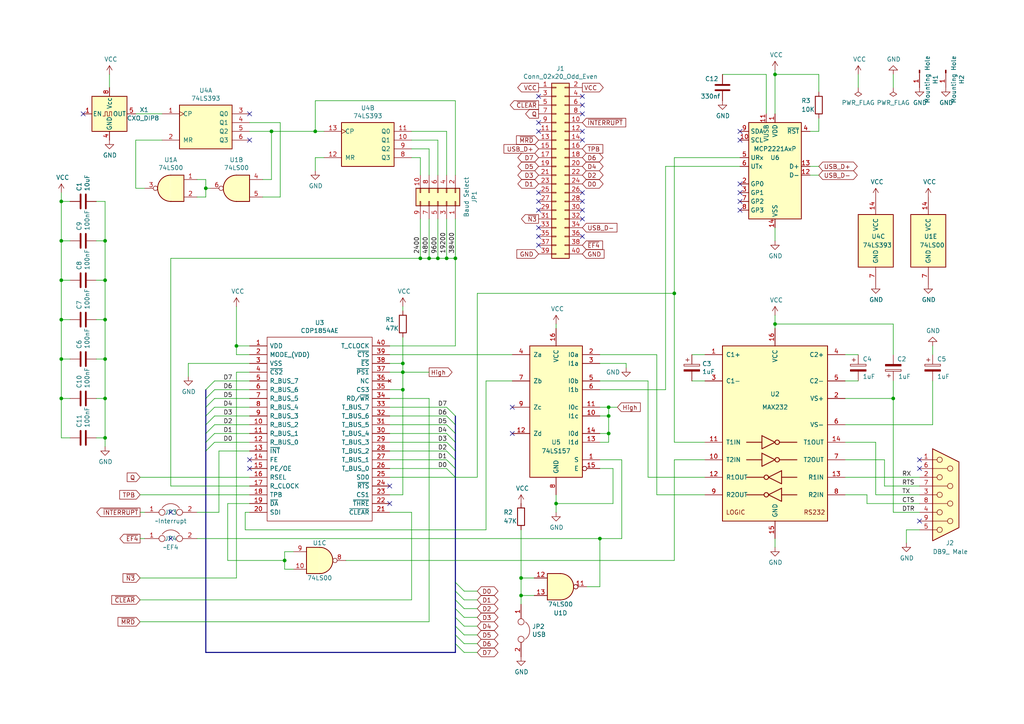
<source format=kicad_sch>
(kicad_sch (version 20230121) (generator eeschema)
  (paper "A4")
  (title_block (title "Cosmac Elf") (date "2021-06-15") (rev "1") (comment 1 "UART Card"))
  (junction (at 30.48 127))
  (junction (at 161.29 146.05))
  (junction (at 17.78 92.71))
  (junction (at 30.48 81.28))
  (junction (at 176.53 118.11))
  (junction (at 124.46 74.93))
  (junction (at 129.54 74.93))
  (junction (at 132.08 74.93))
  (junction (at 121.92 74.93))
  (junction (at 17.78 81.28))
  (junction (at 30.48 104.14))
  (junction (at 176.53 120.65))
  (junction (at 116.84 105.41))
  (junction (at 17.78 58.42))
  (junction (at 30.48 69.85))
  (junction (at 195.58 85.09))
  (junction (at 224.79 21.59))
  (junction (at 173.99 156.21))
  (junction (at 17.78 69.85))
  (junction (at 68.58 100.33))
  (junction (at 82.55 162.56))
  (junction (at 59.69 54.61))
  (junction (at 127 74.93))
  (junction (at 17.78 115.57))
  (junction (at 151.13 167.64))
  (junction (at 91.44 38.1))
  (junction (at 176.53 125.73))
  (junction (at 224.79 93.98))
  (junction (at 17.78 104.14))
  (junction (at 30.48 92.71))
  (junction (at 116.84 113.03))
  (junction (at 78.74 38.1))
  (junction (at 259.08 115.57))
  (junction (at 30.48 115.57))
  (junction (at 116.84 107.95))
  (junction (at 151.13 172.72))
  (no_connect (at 214.63 38.1))
  (no_connect (at 214.63 55.88))
  (no_connect (at 214.63 40.64))
  (no_connect (at 168.91 27.94))
  (no_connect (at 168.91 33.02))
  (no_connect (at 214.63 58.42))
  (no_connect (at 113.03 140.97))
  (no_connect (at 266.7 133.35))
  (no_connect (at 214.63 60.96))
  (no_connect (at 266.7 135.89))
  (no_connect (at 72.39 33.02))
  (no_connect (at 168.91 30.48))
  (no_connect (at 24.13 33.02))
  (no_connect (at 148.59 118.11))
  (no_connect (at 72.39 40.64))
  (no_connect (at 49.53 148.59))
  (no_connect (at 148.59 125.73))
  (no_connect (at 72.39 135.89))
  (no_connect (at 156.21 60.96))
  (no_connect (at 168.91 58.42))
  (no_connect (at 49.53 156.21))
  (no_connect (at 156.21 71.12))
  (no_connect (at 214.63 53.34))
  (no_connect (at 168.91 63.5))
  (no_connect (at 156.21 35.56))
  (no_connect (at 266.7 151.13))
  (no_connect (at 168.91 40.64))
  (no_connect (at 156.21 27.94))
  (no_connect (at 168.91 38.1))
  (no_connect (at 156.21 58.42))
  (no_connect (at 168.91 60.96))
  (no_connect (at 72.39 133.35))
  (no_connect (at 156.21 68.58))
  (no_connect (at 156.21 66.04))
  (no_connect (at 156.21 55.88))
  (no_connect (at 156.21 38.1))
  (no_connect (at 168.91 55.88))
  (no_connect (at 168.91 68.58))
  (no_connect (at 113.03 146.05))
  (bus_entry (at 129.54 123.19) (size 2.54 2.54))
  (bus_entry (at 132.08 173.99) (size 2.54 2.54))
  (bus_entry (at 132.08 168.91) (size 2.54 2.54))
  (bus_entry (at 59.69 115.57) (size 2.54 -2.54))
  (bus_entry (at 132.08 176.53) (size 2.54 2.54))
  (bus_entry (at 59.69 120.65) (size 2.54 -2.54))
  (bus_entry (at 59.69 113.03) (size 2.54 -2.54))
  (bus_entry (at 129.54 130.81) (size 2.54 2.54))
  (bus_entry (at 132.08 181.61) (size 2.54 2.54))
  (bus_entry (at 59.69 130.81) (size 2.54 -2.54))
  (bus_entry (at 132.08 171.45) (size 2.54 2.54))
  (bus_entry (at 132.08 184.15) (size 2.54 2.54))
  (bus_entry (at 129.54 125.73) (size 2.54 2.54))
  (bus_entry (at 59.69 125.73) (size 2.54 -2.54))
  (bus_entry (at 129.54 120.65) (size 2.54 2.54))
  (bus_entry (at 129.54 133.35) (size 2.54 2.54))
  (bus_entry (at 132.08 179.07) (size 2.54 2.54))
  (bus_entry (at 129.54 135.89) (size 2.54 2.54))
  (bus_entry (at 59.69 118.11) (size 2.54 -2.54))
  (bus_entry (at 59.69 128.27) (size 2.54 -2.54))
  (bus_entry (at 129.54 118.11) (size 2.54 2.54))
  (bus_entry (at 132.08 186.69) (size 2.54 2.54))
  (bus_entry (at 129.54 128.27) (size 2.54 2.54))
  (bus_entry (at 59.69 123.19) (size 2.54 -2.54))
  (wire (pts (xy 81.28 57.15) (xy 76.2 57.15)))
  (wire (pts (xy 245.11 110.49) (xy 248.92 110.49)))
  (wire (pts (xy 119.38 38.1) (xy 129.54 38.1)))
  (wire (pts (xy 30.48 115.57) (xy 30.48 104.14)))
  (wire (pts (xy 40.64 148.59) (xy 41.91 148.59)))
  (wire (pts (xy 119.38 148.59) (xy 119.38 173.99)))
  (wire (pts (xy 134.62 179.07) (xy 138.43 179.07)))
  (wire (pts (xy 82.55 165.1) (xy 85.09 165.1)))
  (wire (pts (xy 91.44 38.1) (xy 91.44 29.21)))
  (wire (pts (xy 237.49 26.67) (xy 237.49 21.59)))
  (wire (pts (xy 187.96 138.43) (xy 187.96 110.49)))
  (wire (pts (xy 49.53 140.97) (xy 72.39 140.97)))
  (wire (pts (xy 234.95 48.26) (xy 237.49 48.26)))
  (wire (pts (xy 40.64 156.21) (xy 41.91 156.21)))
  (wire (pts (xy 116.84 105.41) (xy 116.84 107.95)))
  (bus (pts (xy 59.69 115.57) (xy 59.69 118.11)))
  (wire (pts (xy 17.78 127) (xy 20.32 127)))
  (wire (pts (xy 266.7 146.05) (xy 251.46 146.05)))
  (wire (pts (xy 245.11 138.43) (xy 266.7 138.43)))
  (wire (pts (xy 59.69 52.07) (xy 59.69 54.61)))
  (wire (pts (xy 173.99 113.03) (xy 193.04 113.03)))
  (wire (pts (xy 113.03 123.19) (xy 129.54 123.19)))
  (wire (pts (xy 17.78 81.28) (xy 17.78 69.85)))
  (wire (pts (xy 113.03 120.65) (xy 129.54 120.65)))
  (wire (pts (xy 124.46 180.34) (xy 40.64 180.34)))
  (wire (pts (xy 20.32 69.85) (xy 17.78 69.85)))
  (wire (pts (xy 68.58 100.33) (xy 68.58 88.9)))
  (wire (pts (xy 259.08 93.98) (xy 259.08 102.87)))
  (bus (pts (xy 132.08 135.89) (xy 132.08 138.43)))
  (wire (pts (xy 113.03 143.51) (xy 116.84 143.51)))
  (wire (pts (xy 17.78 69.85) (xy 17.78 58.42)))
  (wire (pts (xy 151.13 167.64) (xy 151.13 153.67)))
  (wire (pts (xy 39.37 33.02) (xy 46.99 33.02)))
  (wire (pts (xy 17.78 115.57) (xy 17.78 127)))
  (bus (pts (xy 132.08 173.99) (xy 132.08 176.53)))
  (wire (pts (xy 195.58 45.72) (xy 214.63 45.72)))
  (wire (pts (xy 66.04 146.05) (xy 66.04 162.56)))
  (wire (pts (xy 119.38 173.99) (xy 40.64 173.99)))
  (wire (pts (xy 181.61 106.68) (xy 181.61 105.41)))
  (wire (pts (xy 245.11 102.87) (xy 248.92 102.87)))
  (wire (pts (xy 177.8 146.05) (xy 161.29 146.05)))
  (wire (pts (xy 63.5 130.81) (xy 72.39 130.81)))
  (wire (pts (xy 78.74 52.07) (xy 78.74 38.1)))
  (wire (pts (xy 256.54 140.97) (xy 256.54 133.35)))
  (wire (pts (xy 176.53 118.11) (xy 176.53 120.65)))
  (wire (pts (xy 151.13 175.26) (xy 151.13 172.72)))
  (wire (pts (xy 27.94 127) (xy 30.48 127)))
  (wire (pts (xy 49.53 74.93) (xy 121.92 74.93)))
  (wire (pts (xy 41.91 54.61) (xy 39.37 54.61)))
  (bus (pts (xy 59.69 125.73) (xy 59.69 128.27)))
  (wire (pts (xy 180.34 133.35) (xy 180.34 156.21)))
  (wire (pts (xy 121.92 63.5) (xy 121.92 74.93)))
  (wire (pts (xy 91.44 45.72) (xy 91.44 49.53)))
  (wire (pts (xy 224.79 21.59) (xy 224.79 33.02)))
  (wire (pts (xy 113.03 113.03) (xy 116.84 113.03)))
  (wire (pts (xy 62.23 120.65) (xy 72.39 120.65)))
  (wire (pts (xy 176.53 128.27) (xy 173.99 128.27)))
  (wire (pts (xy 177.8 135.89) (xy 177.8 146.05)))
  (wire (pts (xy 17.78 58.42) (xy 17.78 55.88)))
  (wire (pts (xy 39.37 40.64) (xy 46.99 40.64)))
  (wire (pts (xy 127 74.93) (xy 124.46 74.93)))
  (wire (pts (xy 237.49 34.29) (xy 237.49 38.1)))
  (wire (pts (xy 30.48 69.85) (xy 30.48 81.28)))
  (wire (pts (xy 204.47 143.51) (xy 190.5 143.51)))
  (wire (pts (xy 31.75 21.59) (xy 31.75 25.4)))
  (wire (pts (xy 100.33 162.56) (xy 195.58 162.56)))
  (wire (pts (xy 195.58 85.09) (xy 195.58 128.27)))
  (wire (pts (xy 132.08 74.93) (xy 129.54 74.93)))
  (wire (pts (xy 63.5 148.59) (xy 57.15 148.59)))
  (wire (pts (xy 154.94 172.72) (xy 151.13 172.72)))
  (wire (pts (xy 119.38 45.72) (xy 121.92 45.72)))
  (wire (pts (xy 82.55 162.56) (xy 82.55 165.1)))
  (wire (pts (xy 245.11 128.27) (xy 254 128.27)))
  (wire (pts (xy 59.69 57.15) (xy 57.15 57.15)))
  (bus (pts (xy 59.69 120.65) (xy 59.69 123.19)))
  (wire (pts (xy 140.97 153.67) (xy 140.97 110.49)))
  (wire (pts (xy 193.04 113.03) (xy 193.04 48.26)))
  (wire (pts (xy 173.99 133.35) (xy 180.34 133.35)))
  (wire (pts (xy 81.28 35.56) (xy 81.28 57.15)))
  (wire (pts (xy 154.94 167.64) (xy 151.13 167.64)))
  (wire (pts (xy 91.44 45.72) (xy 93.98 45.72)))
  (wire (pts (xy 214.63 48.26) (xy 193.04 48.26)))
  (wire (pts (xy 62.23 123.19) (xy 72.39 123.19)))
  (wire (pts (xy 254 143.51) (xy 266.7 143.51)))
  (wire (pts (xy 190.5 102.87) (xy 173.99 102.87)))
  (wire (pts (xy 72.39 102.87) (xy 68.58 102.87)))
  (wire (pts (xy 222.25 33.02) (xy 222.25 21.59)))
  (bus (pts (xy 132.08 186.69) (xy 132.08 189.23)))
  (wire (pts (xy 195.58 45.72) (xy 195.58 85.09)))
  (wire (pts (xy 204.47 138.43) (xy 187.96 138.43)))
  (wire (pts (xy 173.99 125.73) (xy 176.53 125.73)))
  (wire (pts (xy 113.03 125.73) (xy 129.54 125.73)))
  (wire (pts (xy 234.95 50.8) (xy 237.49 50.8)))
  (wire (pts (xy 195.58 162.56) (xy 195.58 133.35)))
  (wire (pts (xy 132.08 63.5) (xy 132.08 74.93)))
  (wire (pts (xy 116.84 97.79) (xy 116.84 105.41)))
  (wire (pts (xy 27.94 58.42) (xy 30.48 58.42)))
  (wire (pts (xy 66.04 146.05) (xy 72.39 146.05)))
  (wire (pts (xy 116.84 88.9) (xy 116.84 90.17)))
  (wire (pts (xy 245.11 143.51) (xy 251.46 143.51)))
  (wire (pts (xy 200.66 110.49) (xy 204.47 110.49)))
  (wire (pts (xy 127 63.5) (xy 127 74.93)))
  (wire (pts (xy 173.99 135.89) (xy 177.8 135.89)))
  (wire (pts (xy 148.59 102.87) (xy 113.03 102.87)))
  (wire (pts (xy 259.08 93.98) (xy 224.79 93.98)))
  (wire (pts (xy 113.03 118.11) (xy 129.54 118.11)))
  (wire (pts (xy 234.95 38.1) (xy 237.49 38.1)))
  (wire (pts (xy 259.08 21.59) (xy 259.08 25.4)))
  (wire (pts (xy 116.84 143.51) (xy 116.84 113.03)))
  (wire (pts (xy 129.54 38.1) (xy 129.54 50.8)))
  (wire (pts (xy 57.15 52.07) (xy 59.69 52.07)))
  (wire (pts (xy 222.25 21.59) (xy 209.55 21.59)))
  (wire (pts (xy 151.13 172.72) (xy 151.13 167.64)))
  (wire (pts (xy 121.92 45.72) (xy 121.92 50.8)))
  (wire (pts (xy 27.94 115.57) (xy 30.48 115.57)))
  (wire (pts (xy 91.44 38.1) (xy 78.74 38.1)))
  (wire (pts (xy 68.58 102.87) (xy 68.58 100.33)))
  (wire (pts (xy 113.03 100.33) (xy 132.08 100.33)))
  (wire (pts (xy 161.29 93.98) (xy 161.29 95.25)))
  (wire (pts (xy 72.39 100.33) (xy 68.58 100.33)))
  (wire (pts (xy 113.03 105.41) (xy 116.84 105.41)))
  (wire (pts (xy 132.08 138.43) (xy 138.43 138.43)))
  (bus (pts (xy 132.08 130.81) (xy 132.08 133.35)))
  (wire (pts (xy 63.5 130.81) (xy 63.5 148.59)))
  (wire (pts (xy 190.5 143.51) (xy 190.5 102.87)))
  (wire (pts (xy 116.84 107.95) (xy 124.46 107.95)))
  (wire (pts (xy 266.7 153.67) (xy 262.89 153.67)))
  (wire (pts (xy 17.78 58.42) (xy 20.32 58.42)))
  (wire (pts (xy 91.44 29.21) (xy 132.08 29.21)))
  (wire (pts (xy 76.2 52.07) (xy 78.74 52.07)))
  (wire (pts (xy 113.03 130.81) (xy 129.54 130.81)))
  (wire (pts (xy 195.58 133.35) (xy 204.47 133.35)))
  (wire (pts (xy 72.39 107.95) (xy 68.58 107.95)))
  (wire (pts (xy 176.53 125.73) (xy 176.53 128.27)))
  (wire (pts (xy 224.79 20.32) (xy 224.79 21.59)))
  (wire (pts (xy 62.23 113.03) (xy 72.39 113.03)))
  (wire (pts (xy 134.62 171.45) (xy 138.43 171.45)))
  (wire (pts (xy 119.38 43.18) (xy 124.46 43.18)))
  (wire (pts (xy 54.61 105.41) (xy 72.39 105.41)))
  (wire (pts (xy 39.37 54.61) (xy 39.37 40.64)))
  (wire (pts (xy 20.32 115.57) (xy 17.78 115.57)))
  (bus (pts (xy 132.08 120.65) (xy 132.08 123.19)))
  (wire (pts (xy 173.99 156.21) (xy 180.34 156.21)))
  (wire (pts (xy 140.97 153.67) (xy 71.12 153.67)))
  (wire (pts (xy 138.43 138.43) (xy 138.43 85.09)))
  (bus (pts (xy 132.08 138.43) (xy 132.08 168.91)))
  (wire (pts (xy 245.11 115.57) (xy 259.08 115.57)))
  (wire (pts (xy 30.48 129.54) (xy 30.48 127)))
  (wire (pts (xy 124.46 63.5) (xy 124.46 74.93)))
  (wire (pts (xy 173.99 105.41) (xy 181.61 105.41)))
  (wire (pts (xy 113.03 128.27) (xy 129.54 128.27)))
  (wire (pts (xy 134.62 181.61) (xy 138.43 181.61)))
  (bus (pts (xy 132.08 168.91) (xy 132.08 171.45)))
  (wire (pts (xy 173.99 120.65) (xy 176.53 120.65)))
  (wire (pts (xy 57.15 156.21) (xy 173.99 156.21)))
  (wire (pts (xy 124.46 115.57) (xy 124.46 180.34)))
  (wire (pts (xy 224.79 69.85) (xy 224.79 66.04)))
  (wire (pts (xy 85.09 160.02) (xy 82.55 160.02)))
  (wire (pts (xy 266.7 148.59) (xy 259.08 148.59)))
  (wire (pts (xy 134.62 186.69) (xy 138.43 186.69)))
  (wire (pts (xy 173.99 170.18) (xy 173.99 156.21)))
  (wire (pts (xy 68.58 167.64) (xy 40.64 167.64)))
  (wire (pts (xy 27.94 69.85) (xy 30.48 69.85)))
  (wire (pts (xy 132.08 74.93) (xy 132.08 100.33)))
  (wire (pts (xy 113.03 138.43) (xy 132.08 138.43)))
  (bus (pts (xy 59.69 128.27) (xy 59.69 130.81)))
  (wire (pts (xy 124.46 74.93) (xy 121.92 74.93)))
  (wire (pts (xy 170.18 170.18) (xy 173.99 170.18)))
  (bus (pts (xy 59.69 118.11) (xy 59.69 120.65)))
  (bus (pts (xy 59.69 130.81) (xy 59.69 189.23)))
  (wire (pts (xy 49.53 74.93) (xy 49.53 140.97)))
  (wire (pts (xy 200.66 102.87) (xy 204.47 102.87)))
  (wire (pts (xy 17.78 92.71) (xy 17.78 81.28)))
  (wire (pts (xy 187.96 110.49) (xy 173.99 110.49)))
  (wire (pts (xy 176.53 118.11) (xy 173.99 118.11)))
  (wire (pts (xy 68.58 107.95) (xy 68.58 167.64)))
  (wire (pts (xy 245.11 133.35) (xy 256.54 133.35)))
  (wire (pts (xy 254 128.27) (xy 254 143.51)))
  (wire (pts (xy 62.23 128.27) (xy 72.39 128.27)))
  (wire (pts (xy 179.07 118.11) (xy 176.53 118.11)))
  (bus (pts (xy 132.08 128.27) (xy 132.08 130.81)))
  (wire (pts (xy 17.78 115.57) (xy 17.78 104.14)))
  (wire (pts (xy 266.7 140.97) (xy 256.54 140.97)))
  (wire (pts (xy 129.54 63.5) (xy 129.54 74.93)))
  (wire (pts (xy 161.29 143.51) (xy 161.29 146.05)))
  (wire (pts (xy 27.94 92.71) (xy 30.48 92.71)))
  (wire (pts (xy 54.61 105.41) (xy 54.61 109.22)))
  (wire (pts (xy 134.62 184.15) (xy 138.43 184.15)))
  (wire (pts (xy 248.92 25.4) (xy 248.92 21.59)))
  (wire (pts (xy 270.51 110.49) (xy 270.51 123.19)))
  (bus (pts (xy 132.08 179.07) (xy 132.08 181.61)))
  (wire (pts (xy 270.51 123.19) (xy 245.11 123.19)))
  (wire (pts (xy 224.79 93.98) (xy 224.79 95.25)))
  (wire (pts (xy 132.08 29.21) (xy 132.08 50.8)))
  (wire (pts (xy 30.48 104.14) (xy 27.94 104.14)))
  (wire (pts (xy 127 40.64) (xy 127 50.8)))
  (wire (pts (xy 30.48 58.42) (xy 30.48 69.85)))
  (wire (pts (xy 116.84 113.03) (xy 116.84 107.95)))
  (wire (pts (xy 224.79 91.44) (xy 224.79 93.98)))
  (bus (pts (xy 132.08 133.35) (xy 132.08 135.89)))
  (wire (pts (xy 40.64 138.43) (xy 72.39 138.43)))
  (wire (pts (xy 78.74 38.1) (xy 72.39 38.1)))
  (wire (pts (xy 62.23 110.49) (xy 72.39 110.49)))
  (wire (pts (xy 129.54 135.89) (xy 113.03 135.89)))
  (wire (pts (xy 40.64 143.51) (xy 72.39 143.51)))
  (wire (pts (xy 113.03 133.35) (xy 129.54 133.35)))
  (bus (pts (xy 59.69 189.23) (xy 132.08 189.23)))
  (wire (pts (xy 138.43 85.09) (xy 195.58 85.09)))
  (wire (pts (xy 113.03 115.57) (xy 124.46 115.57)))
  (wire (pts (xy 124.46 43.18) (xy 124.46 50.8)))
  (wire (pts (xy 140.97 110.49) (xy 148.59 110.49)))
  (wire (pts (xy 71.12 153.67) (xy 71.12 148.59)))
  (wire (pts (xy 134.62 173.99) (xy 138.43 173.99)))
  (wire (pts (xy 251.46 146.05) (xy 251.46 143.51)))
  (wire (pts (xy 30.48 127) (xy 30.48 115.57)))
  (wire (pts (xy 30.48 92.71) (xy 30.48 81.28)))
  (wire (pts (xy 113.03 107.95) (xy 116.84 107.95)))
  (wire (pts (xy 82.55 160.02) (xy 82.55 162.56)))
  (wire (pts (xy 60.96 54.61) (xy 59.69 54.61)))
  (wire (pts (xy 20.32 104.14) (xy 17.78 104.14)))
  (bus (pts (xy 132.08 171.45) (xy 132.08 173.99)))
  (wire (pts (xy 66.04 162.56) (xy 82.55 162.56)))
  (wire (pts (xy 129.54 74.93) (xy 127 74.93)))
  (wire (pts (xy 237.49 21.59) (xy 224.79 21.59)))
  (wire (pts (xy 113.03 148.59) (xy 119.38 148.59)))
  (wire (pts (xy 59.69 54.61) (xy 59.69 57.15)))
  (bus (pts (xy 132.08 125.73) (xy 132.08 128.27)))
  (wire (pts (xy 20.32 81.28) (xy 17.78 81.28)))
  (wire (pts (xy 62.23 125.73) (xy 72.39 125.73)))
  (wire (pts (xy 134.62 189.23) (xy 138.43 189.23)))
  (wire (pts (xy 62.23 118.11) (xy 72.39 118.11)))
  (wire (pts (xy 72.39 35.56) (xy 81.28 35.56)))
  (bus (pts (xy 59.69 113.03) (xy 59.69 115.57)))
  (wire (pts (xy 161.29 146.05) (xy 161.29 148.59)))
  (wire (pts (xy 224.79 158.75) (xy 224.79 156.21)))
  (wire (pts (xy 134.62 176.53) (xy 138.43 176.53)))
  (wire (pts (xy 62.23 115.57) (xy 72.39 115.57)))
  (wire (pts (xy 17.78 104.14) (xy 17.78 92.71)))
  (bus (pts (xy 132.08 176.53) (xy 132.08 179.07)))
  (wire (pts (xy 119.38 40.64) (xy 127 40.64)))
  (wire (pts (xy 195.58 128.27) (xy 204.47 128.27)))
  (bus (pts (xy 132.08 184.15) (xy 132.08 186.69)))
  (wire (pts (xy 20.32 92.71) (xy 17.78 92.71)))
  (bus (pts (xy 132.08 123.19) (xy 132.08 125.73)))
  (wire (pts (xy 259.08 115.57) (xy 259.08 148.59)))
  (wire (pts (xy 270.51 102.87) (xy 270.51 100.33)))
  (wire (pts (xy 72.39 148.59) (xy 71.12 148.59)))
  (wire (pts (xy 27.94 81.28) (xy 30.48 81.28)))
  (wire (pts (xy 30.48 92.71) (xy 30.48 104.14)))
  (wire (pts (xy 91.44 38.1) (xy 93.98 38.1)))
  (wire (pts (xy 259.08 115.57) (xy 259.08 110.49)))
  (bus (pts (xy 132.08 181.61) (xy 132.08 184.15)))
  (wire (pts (xy 176.53 120.65) (xy 176.53 125.73)))
  (wire (pts (xy 262.89 153.67) (xy 262.89 157.48)))
  (bus (pts (xy 59.69 123.19) (xy 59.69 125.73)))
  (label "D3" (at 127 128.27 0))
  (label "CTS" (at 261.62 146.05 0))
  (label "4800" (at 124.46 68.58 270))
  (label "RX" (at 261.62 138.43 0))
  (label "D0" (at 127 135.89 0))
  (label "D1" (at 127 133.35 0))
  (label "9600" (at 127 68.58 270))
  (label "38400" (at 132.08 67.31 270))
  (label "D6" (at 127 120.65 0))
  (label "2400" (at 121.92 68.58 270))
  (label "D7" (at 127 118.11 0))
  (label "D5" (at 64.77 115.57 0))
  (label "D5" (at 127 123.19 0))
  (label "D1" (at 64.77 125.73 0))
  (label "D2" (at 64.77 123.19 0))
  (label "RTS" (at 261.62 140.97 0))
  (label "D3" (at 64.77 120.65 0))
  (label "19200" (at 129.54 67.31 270))
  (label "DTR" (at 261.62 148.59 0))
  (label "D7" (at 64.77 110.49 0))
  (label "D2" (at 127 130.81 0))
  (label "TX" (at 261.62 143.51 0))
  (label "D6" (at 64.77 113.03 0))
  (label "D4" (at 127 125.73 0))
  (label "D4" (at 64.77 118.11 0))
  (label "D0" (at 64.77 128.27 0))
  (global_label "D3" (shape bidirectional) (at 156.21 50.8 180) (property "Intersheetrefs" "${INTERSHEET_REFS}" (effects hide)))
  (global_label "D5" (shape bidirectional) (at 138.43 184.15 0) (property "Intersheetrefs" "${INTERSHEET_REFS}" (effects hide)))
  (global_label "D1" (shape bidirectional) (at 156.21 53.34 180) (property "Intersheetrefs" "${INTERSHEET_REFS}" (effects hide)))
  (global_label "VCC" (shape output) (at 168.91 25.4 0) (property "Intersheetrefs" "${INTERSHEET_REFS}" (effects hide)))
  (global_label "D3" (shape bidirectional) (at 138.43 179.07 0) (property "Intersheetrefs" "${INTERSHEET_REFS}" (effects hide)))
  (global_label "D7" (shape bidirectional) (at 138.43 189.23 0) (property "Intersheetrefs" "${INTERSHEET_REFS}" (effects hide)))
  (global_label "D4" (shape bidirectional) (at 168.91 48.26 0) (property "Intersheetrefs" "${INTERSHEET_REFS}" (effects hide)))
  (global_label "D4" (shape bidirectional) (at 138.43 181.61 0) (property "Intersheetrefs" "${INTERSHEET_REFS}" (effects hide)))
  (global_label "D6" (shape bidirectional) (at 138.43 186.69 0) (property "Intersheetrefs" "${INTERSHEET_REFS}" (effects hide)))
  (global_label "High" (shape input) (at 179.07 118.11 0) (property "Intersheetrefs" "${INTERSHEET_REFS}" (effects hide)))
  (global_label "USB_D+" (shape input) (at 156.21 43.18 180) (property "Intersheetrefs" "${INTERSHEET_REFS}" (effects hide)))
  (global_label "High" (shape output) (at 124.46 107.95 0) (property "Intersheetrefs" "${INTERSHEET_REFS}" (effects hide)))
  (global_label "USB_D+" (shape bidirectional) (at 237.49 48.26 0) (property "Intersheetrefs" "${INTERSHEET_REFS}" (effects hide)))
  (global_label "~{EF4}" (shape output) (at 40.64 156.21 180) (property "Intersheetrefs" "${INTERSHEET_REFS}" (effects hide)))
  (global_label "VCC" (shape output) (at 156.21 25.4 180) (property "Intersheetrefs" "${INTERSHEET_REFS}" (effects hide)))
  (global_label "Q" (shape output) (at 156.21 33.02 180) (property "Intersheetrefs" "${INTERSHEET_REFS}" (effects hide)))
  (global_label "USB_D-" (shape input) (at 168.91 66.04 0) (property "Intersheetrefs" "${INTERSHEET_REFS}" (effects hide)))
  (global_label "TPB" (shape input) (at 168.91 43.18 0) (property "Intersheetrefs" "${INTERSHEET_REFS}" (effects hide)))
  (global_label "~{EF4}" (shape input) (at 168.91 71.12 0) (property "Intersheetrefs" "${INTERSHEET_REFS}" (effects hide)))
  (global_label "~{N3}" (shape output) (at 156.21 63.5 180) (property "Intersheetrefs" "${INTERSHEET_REFS}" (effects hide)))
  (global_label "~{MRD}" (shape input) (at 156.21 40.64 180) (property "Intersheetrefs" "${INTERSHEET_REFS}" (effects hide)))
  (global_label "GND" (shape input) (at 156.21 73.66 180) (property "Intersheetrefs" "${INTERSHEET_REFS}" (effects hide)))
  (global_label "D0" (shape bidirectional) (at 138.43 171.45 0) (property "Intersheetrefs" "${INTERSHEET_REFS}" (effects hide)))
  (global_label "D7" (shape bidirectional) (at 156.21 45.72 180) (property "Intersheetrefs" "${INTERSHEET_REFS}" (effects hide)))
  (global_label "D5" (shape bidirectional) (at 156.21 48.26 180) (property "Intersheetrefs" "${INTERSHEET_REFS}" (effects hide)))
  (global_label "~{CLEAR}" (shape input) (at 40.64 173.99 180) (property "Intersheetrefs" "${INTERSHEET_REFS}" (effects hide)))
  (global_label "D0" (shape bidirectional) (at 168.91 53.34 0) (property "Intersheetrefs" "${INTERSHEET_REFS}" (effects hide)))
  (global_label "USB_D-" (shape bidirectional) (at 237.49 50.8 0) (property "Intersheetrefs" "${INTERSHEET_REFS}" (effects hide)))
  (global_label "D2" (shape bidirectional) (at 168.91 50.8 0) (property "Intersheetrefs" "${INTERSHEET_REFS}" (effects hide)))
  (global_label "~{INTERRUPT}" (shape input) (at 168.91 35.56 0) (property "Intersheetrefs" "${INTERSHEET_REFS}" (effects hide)))
  (global_label "D1" (shape bidirectional) (at 138.43 173.99 0) (property "Intersheetrefs" "${INTERSHEET_REFS}" (effects hide)))
  (global_label "Q" (shape input) (at 40.64 138.43 180) (property "Intersheetrefs" "${INTERSHEET_REFS}" (effects hide)))
  (global_label "~{MRD}" (shape input) (at 40.64 180.34 180) (property "Intersheetrefs" "${INTERSHEET_REFS}" (effects hide)))
  (global_label "D2" (shape bidirectional) (at 138.43 176.53 0) (property "Intersheetrefs" "${INTERSHEET_REFS}" (effects hide)))
  (global_label "D6" (shape bidirectional) (at 168.91 45.72 0) (property "Intersheetrefs" "${INTERSHEET_REFS}" (effects hide)))
  (global_label "TPB" (shape input) (at 40.64 143.51 180) (property "Intersheetrefs" "${INTERSHEET_REFS}" (effects hide)))
  (global_label "GND" (shape input) (at 168.91 73.66 0) (property "Intersheetrefs" "${INTERSHEET_REFS}" (effects hide)))
  (global_label "~{INTERRUPT}" (shape output) (at 40.64 148.59 180) (property "Intersheetrefs" "${INTERSHEET_REFS}" (effects hide)))
  (global_label "~{CLEAR}" (shape output) (at 156.21 30.48 180) (property "Intersheetrefs" "${INTERSHEET_REFS}" (effects hide)))
  (global_label "~{N3}" (shape input) (at 40.64 167.64 180) (property "Intersheetrefs" "${INTERSHEET_REFS}" (effects hide)))
  (symbol (lib_id "Connector:Conn_01x01_Male") (at 266.7 20.32 270) (unit 1)
    (property "Reference" "H1" (at 271.2974 23.0632 0))
    (property "Value" "Mounting Hole" (at 268.986 23.0632 0))
    (property "Footprint" "MountingHole:MountingHole_3.2mm_M3_Pad_Via" (effects hide))
  )
  (symbol (lib_id "Connector:Conn_01x01_Male") (at 274.32 20.32 270) (unit 1)
    (property "Reference" "H2" (at 278.9174 23.0632 0))
    (property "Value" "Mounting Hole" (at 276.606 23.0632 0))
    (property "Footprint" "MountingHole:MountingHole_3.2mm_M3_Pad_Via" (effects hide))
  )
  (symbol (lib_id "power:GND") (at 266.7 25.4 0) (unit 1)
    (property "Reference" "#PWR0101" (effects hide))
    (property "Value" "GND" (at 266.827 29.7942 0))
  )
  (symbol (lib_id "power:GND") (at 274.32 25.4 0) (unit 1)
    (property "Reference" "#PWR0102" (effects hide))
    (property "Value" "GND" (at 274.447 29.7942 0))
  )
  (symbol (lib_id "Connector_Generic:Conn_02x20_Odd_Even") (at 161.29 48.26 0) (unit 1)
    (property "Reference" "J1" (at 162.56 19.8882 0))
    (property "Value" "Conn_02x20_Odd_Even" (at 162.56 22.1996 0))
    (property "Footprint" "Connector_PinHeader_2.54mm:PinHeader_2x20_P2.54mm_Horizontal" (effects hide))
  )
  (symbol (lib_id "Device:C") (at 24.13 58.42 90) (unit 1)
    (property "Reference" "C1" (at 22.9616 55.499 0) (effects (justify left)))
    (property "Value" "10uF" (at 25.273 55.499 0) (effects (justify left)))
    (property "Footprint" "Capacitor_THT:CP_Radial_D5.0mm_P2.50mm" (effects hide))
  )
  (symbol (lib_id "power:VCC") (at 17.78 55.88 0) (unit 1)
    (property "Reference" "#PWR01" (effects hide))
    (property "Value" "VCC" (at 18.161 51.4858 0))
  )
  (symbol (lib_id "power:GND") (at 30.48 129.54 0) (unit 1)
    (property "Reference" "#PWR02" (effects hide))
    (property "Value" "GND" (at 30.607 133.9342 0))
  )
  (symbol (lib_id "Oscillator:CXO_DIP8") (at 31.75 33.02 0) (unit 1)
    (property "Reference" "X1" (at 40.4876 31.8516 0) (effects (justify left)))
    (property "Value" "CXO_DIP8" (at 36.83 34.29 0) (effects (justify left)))
    (property "Footprint" "Oscillator:Oscillator_DIP-8" (effects hide))
    (property "Datasheet" "http://cdn-reichelt.de/documents/datenblatt/B400/OSZI.pdf" (effects hide))
  )
  (symbol (lib_id "74xx:74LS393") (at 59.69 35.56 0) (unit 1)
    (property "Reference" "U4" (at 59.69 26.2382 0))
    (property "Value" "74LS393" (at 59.69 28.5496 0))
    (property "Footprint" "Package_DIP:DIP-14_W7.62mm" (effects hide))
    (property "Datasheet" "74xx\\74LS393.pdf" (effects hide))
  )
  (symbol (lib_id "74xx:74LS393") (at 106.68 40.64 0) (unit 2)
    (property "Reference" "U4" (at 106.68 31.3182 0))
    (property "Value" "74LS393" (at 106.68 33.6296 0))
    (property "Footprint" "Package_DIP:DIP-14_W7.62mm" (effects hide))
    (property "Datasheet" "74xx\\74LS393.pdf" (effects hide))
  )
  (symbol (lib_id "74xx:74LS393") (at 254 69.85 0) (unit 3)
    (property "Reference" "U4" (at 252.73 68.58 0) (effects (justify left)))
    (property "Value" "74LS393" (at 250.19 71.12 0) (effects (justify left)))
    (property "Footprint" "Package_DIP:DIP-14_W7.62mm" (effects hide))
    (property "Datasheet" "74xx\\74LS393.pdf" (effects hide))
  )
  (symbol (lib_id "74xx:74LS00") (at 49.53 54.61 0) (mirror y) (unit 1)
    (property "Reference" "U1" (at 49.53 46.355 0))
    (property "Value" "74LS00" (at 49.53 48.6664 0))
    (property "Footprint" "Package_DIP:DIP-14_W7.62mm" (effects hide))
    (property "Datasheet" "http://www.ti.com/lit/gpn/sn74ls00" (effects hide))
  )
  (symbol (lib_id "74xx:74LS00") (at 68.58 54.61 0) (mirror y) (unit 2)
    (property "Reference" "U1" (at 68.58 46.355 0))
    (property "Value" "74LS00" (at 68.58 48.6664 0))
    (property "Footprint" "Package_DIP:DIP-14_W7.62mm" (effects hide))
    (property "Datasheet" "http://www.ti.com/lit/gpn/sn74ls00" (effects hide))
  )
  (symbol (lib_id "74xx:74LS00") (at 92.71 162.56 0) (unit 3)
    (property "Reference" "U1" (at 92.71 157.48 0))
    (property "Value" "74LS00" (at 92.71 167.64 0))
    (property "Footprint" "Package_DIP:DIP-14_W7.62mm" (effects hide))
    (property "Datasheet" "http://www.ti.com/lit/gpn/sn74ls00" (effects hide))
  )
  (symbol (lib_id "74xx:74LS00") (at 162.56 170.18 0) (unit 4)
    (property "Reference" "U1" (at 162.56 177.8 0))
    (property "Value" "74LS00" (at 162.56 175.26 0))
    (property "Footprint" "Package_DIP:DIP-14_W7.62mm" (effects hide))
    (property "Datasheet" "http://www.ti.com/lit/gpn/sn74ls00" (effects hide))
  )
  (symbol (lib_id "74xx:74LS00") (at 269.24 69.85 0) (unit 5)
    (property "Reference" "U1" (at 267.97 68.58 0) (effects (justify left)))
    (property "Value" "74LS00" (at 266.7 71.12 0) (effects (justify left)))
    (property "Footprint" "Package_DIP:DIP-14_W7.62mm" (effects hide))
    (property "Datasheet" "http://www.ti.com/lit/gpn/sn74ls00" (effects hide))
  )
  (symbol (lib_id "My Components:CDP1854AE") (at 72.39 100.33 0) (unit 1)
    (property "Reference" "U3" (at 92.71 93.599 0))
    (property "Value" "CDP1854AE" (at 92.71 95.9104 0))
    (property "Footprint" "Package_DIP:DIP-40_W15.24mm_Socket" (effects hide))
    (property "Datasheet" "https://www.renesas.com/us/en/document/psc/e406-40-lead-dual-line-plastic-package" (effects hide))
    (property "Description" "UART Interface IC" (effects hide))
    (property "Height" "6.35" (effects hide))
    (property "Manufacturer_Name" "Renesas Electronics" (effects hide))
    (property "Manufacturer_Part_Number" "CDP1854AE" (effects hide))
    (property "Mouser Part Number" "N/A" (effects hide))
    (property "Mouser Price/Stock" "https://www.mouser.com/Search/Refine.aspx?Keyword=N%2FA" (effects hide))
  )
  (symbol (lib_id "Interface_UART:MAX232") (at 224.79 125.73 0) (unit 1)
    (property "Reference" "U2" (at 224.79 114.3 0))
    (property "Value" "MAX232" (at 224.79 118.11 0))
    (property "Footprint" "Package_DIP:DIP-16_W7.62mm" (effects hide))
    (property "Datasheet" "http://www.ti.com/lit/ds/symlink/max232.pdf" (effects hide))
  )
  (symbol (lib_id "Interface_USB:MCP2221AxP") (at 224.79 50.8 0) (mirror y) (unit 1)
    (property "Reference" "U6" (at 224.79 45.72 0))
    (property "Value" "MCP2221AxP" (at 224.79 43.18 0))
    (property "Footprint" "Package_DIP:DIP-14_W7.62mm" (effects hide))
    (property "Datasheet" "http://ww1.microchip.com/downloads/en/DeviceDoc/20005565B.pdf" (effects hide))
  )
  (symbol (lib_id "power:GND") (at 91.44 49.53 0) (unit 1)
    (property "Reference" "#PWR0105" (effects hide))
    (property "Value" "GND" (at 91.567 53.9242 0))
  )
  (symbol (lib_id "power:GND") (at 31.75 40.64 0) (unit 1)
    (property "Reference" "#PWR0103" (effects hide))
    (property "Value" "GND" (at 31.877 45.0342 0))
  )
  (symbol (lib_id "power:VCC") (at 31.75 21.59 0) (unit 1)
    (property "Reference" "#PWR0104" (effects hide))
    (property "Value" "VCC" (at 32.131 17.1958 0))
  )
  (symbol (lib_id "Connector_Generic:Conn_02x05_Odd_Even") (at 127 58.42 270) (mirror x) (unit 1)
    (property "Reference" "JP1" (at 137.5918 57.15 0))
    (property "Value" "Baud Select" (at 135.2804 57.15 0))
    (property "Footprint" "Connector_PinHeader_2.54mm:PinHeader_2x05_P2.54mm_Vertical" (effects hide))
  )
  (symbol (lib_id "power:GND") (at 224.79 69.85 0) (unit 1)
    (property "Reference" "#PWR08" (effects hide))
    (property "Value" "GND" (at 224.917 74.2442 0))
  )
  (symbol (lib_id "Connector:DB9_Female") (at 274.32 143.51 0) (unit 1)
    (property "Reference" "J2" (at 274.32 157.48 0) (effects (justify left)))
    (property "Value" "DB9_ Male" (at 270.51 160.02 0) (effects (justify left)))
    (property "Footprint" "Connector_Dsub:DSUB-9_Male_Horizontal_P2.77x2.84mm_EdgePinOffset9.90mm_Housed_MountingHolesOffset11.32mm" (effects hide))
    (property "Datasheet" " ~" (effects hide))
  )
  (symbol (lib_id "power:VCC") (at 68.58 88.9 0) (unit 1)
    (property "Reference" "#PWR0106" (effects hide))
    (property "Value" "VCC" (at 68.961 84.5058 0))
  )
  (symbol (lib_id "power:GND") (at 54.61 109.22 0) (unit 1)
    (property "Reference" "#PWR0107" (effects hide))
    (property "Value" "GND" (at 54.737 113.6142 0))
  )
  (symbol (lib_id "power:VCC") (at 224.79 20.32 0) (unit 1)
    (property "Reference" "#PWR07" (effects hide))
    (property "Value" "VCC" (at 225.171 15.9258 0))
  )
  (symbol (lib_id "power:VCC") (at 224.79 91.44 0) (unit 1)
    (property "Reference" "#PWR04" (effects hide))
    (property "Value" "VCC" (at 225.171 87.0458 0))
  )
  (symbol (lib_id "power:GND") (at 224.79 158.75 0) (unit 1)
    (property "Reference" "#PWR05" (effects hide))
    (property "Value" "GND" (at 224.917 163.1442 0))
  )
  (symbol (lib_id "Device:R") (at 151.13 149.86 0) (unit 1)
    (property "Reference" "R2" (at 146.05 148.59 0) (effects (justify left)))
    (property "Value" "47K" (at 146.05 151.13 0) (effects (justify left)))
    (property "Footprint" "Resistor_THT:R_Axial_DIN0207_L6.3mm_D2.5mm_P7.62mm_Horizontal" (effects hide))
  )
  (symbol (lib_id "UART-Card-rescue:Jumper-Device") (at 49.53 148.59 0) (unit 1)
    (property "Reference" "JP3" (at 49.53 148.59 0))
    (property "Value" "~Interrupt" (at 49.53 151.13 0))
    (property "Footprint" "Connector_PinHeader_2.54mm:PinHeader_1x02_P2.54mm_Vertical" (effects hide))
  )
  (symbol (lib_id "power:VCC") (at 151.13 146.05 0) (unit 1)
    (property "Reference" "#PWR0115" (effects hide))
    (property "Value" "VCC" (at 151.511 141.6558 0))
  )
  (symbol (lib_id "UART-Card-rescue:Jumper-Device") (at 151.13 182.88 270) (unit 1)
    (property "Reference" "JP2" (at 154.3304 181.7116 90) (effects (justify left)))
    (property "Value" "USB" (at 154.3304 184.023 90) (effects (justify left)))
    (property "Footprint" "Connector_PinHeader_2.54mm:PinHeader_1x02_P2.54mm_Vertical" (effects hide))
  )
  (symbol (lib_id "power:VCC") (at 116.84 88.9 0) (unit 1)
    (property "Reference" "#PWR0116" (effects hide))
    (property "Value" "VCC" (at 117.221 84.5058 0))
  )
  (symbol (lib_id "power:VCC") (at 269.24 57.15 0) (unit 1)
    (property "Reference" "#PWR0117" (effects hide))
    (property "Value" "VCC" (at 269.621 52.7558 0))
  )
  (symbol (lib_id "power:GND") (at 209.55 29.21 0) (unit 1)
    (property "Reference" "#PWR0114" (effects hide))
    (property "Value" "GND" (at 209.677 33.6042 0))
  )
  (symbol (lib_id "power:VCC") (at 161.29 93.98 0) (unit 1)
    (property "Reference" "#PWR0111" (effects hide))
    (property "Value" "VCC" (at 161.671 89.5858 0))
  )
  (symbol (lib_id "power:GND") (at 254 82.55 0) (unit 1)
    (property "Reference" "#PWR0118" (effects hide))
    (property "Value" "GND" (at 254.127 86.9442 0))
  )
  (symbol (lib_id "74xx:74LS157") (at 161.29 118.11 0) (mirror y) (unit 1)
    (property "Reference" "U5" (at 161.29 128.27 0))
    (property "Value" "74LS157" (at 161.29 130.81 0))
    (property "Footprint" "Package_DIP:DIP-16_W7.62mm" (effects hide))
    (property "Datasheet" "http://www.ti.com/lit/gpn/sn74LS157" (effects hide))
  )
  (symbol (lib_id "power:GND") (at 161.29 148.59 0) (unit 1)
    (property "Reference" "#PWR0110" (effects hide))
    (property "Value" "GND" (at 161.417 152.9842 0))
  )
  (symbol (lib_id "Device:C") (at 24.13 127 90) (unit 1)
    (property "Reference" "C11" (at 22.9616 124.079 0) (effects (justify left)))
    (property "Value" "100nF" (at 25.273 124.079 0) (effects (justify left)))
    (property "Footprint" "Capacitor_THT:C_Disc_D3.8mm_W2.6mm_P2.50mm" (effects hide))
  )
  (symbol (lib_id "Device:R") (at 116.84 93.98 0) (unit 1)
    (property "Reference" "R1" (at 111.76 92.71 0) (effects (justify left)))
    (property "Value" "47K" (at 111.76 95.25 0) (effects (justify left)))
    (property "Footprint" "Resistor_THT:R_Axial_DIN0207_L6.3mm_D2.5mm_P7.62mm_Horizontal" (effects hide))
  )
  (symbol (lib_id "UART-Card-rescue:CP-Device") (at 200.66 106.68 0) (unit 1)
    (property "Reference" "C3" (at 203.6572 105.5116 0) (effects (justify left)))
    (property "Value" "1uF" (at 203.6572 107.823 0) (effects (justify left)))
    (property "Footprint" "Capacitor_THT:CP_Radial_D5.0mm_P2.50mm" (effects hide))
  )
  (symbol (lib_id "UART-Card-rescue:CP-Device") (at 248.92 106.68 0) (unit 1)
    (property "Reference" "C4" (at 250.19 104.14 0) (effects (justify left)))
    (property "Value" "1uF" (at 250.19 109.22 0) (effects (justify left)))
    (property "Footprint" "Capacitor_THT:CP_Radial_D5.0mm_P2.50mm" (effects hide))
  )
  (symbol (lib_id "UART-Card-rescue:CP-Device") (at 259.08 106.68 0) (mirror x) (unit 1)
    (property "Reference" "C2" (at 262.89 104.14 0) (effects (justify right)))
    (property "Value" "1uF" (at 264.16 109.22 0) (effects (justify right)))
    (property "Footprint" "Capacitor_THT:CP_Radial_D5.0mm_P2.50mm" (effects hide))
  )
  (symbol (lib_id "UART-Card-rescue:CP-Device") (at 270.51 106.68 0) (unit 1)
    (property "Reference" "C5" (at 271.78 104.14 0) (effects (justify left)))
    (property "Value" "1uF" (at 271.78 109.22 0) (effects (justify left)))
    (property "Footprint" "Capacitor_THT:CP_Radial_D5.0mm_P2.50mm" (effects hide))
  )
  (symbol (lib_id "power:VCC") (at 254 57.15 0) (unit 1)
    (property "Reference" "#PWR09" (effects hide))
    (property "Value" "VCC" (at 254.381 52.7558 0))
  )
  (symbol (lib_id "power:GND") (at 269.24 82.55 0) (unit 1)
    (property "Reference" "#PWR012" (effects hide))
    (property "Value" "GND" (at 269.367 86.9442 0))
  )
  (symbol (lib_id "power:GND") (at 270.51 100.33 0) (mirror x) (unit 1)
    (property "Reference" "#PWR0108" (effects hide))
    (property "Value" "GND" (at 270.637 95.9358 0))
  )
  (symbol (lib_id "power:GND") (at 181.61 106.68 0) (unit 1)
    (property "Reference" "#PWR0112" (effects hide))
    (property "Value" "GND" (at 177.8 107.95 0))
  )
  (symbol (lib_id "power:GND") (at 262.89 157.48 0) (unit 1)
    (property "Reference" "#PWR0109" (effects hide))
    (property "Value" "GND" (at 263.017 161.8742 0))
  )
  (symbol (lib_id "Device:C") (at 24.13 115.57 90) (unit 1)
    (property "Reference" "C10" (at 22.9616 112.649 0) (effects (justify left)))
    (property "Value" "100nF" (at 25.273 112.649 0) (effects (justify left)))
    (property "Footprint" "Capacitor_THT:C_Disc_D3.8mm_W2.6mm_P2.50mm" (effects hide))
  )
  (symbol (lib_id "Device:C") (at 24.13 104.14 90) (unit 1)
    (property "Reference" "C6" (at 22.9616 101.219 0) (effects (justify left)))
    (property "Value" "100nF" (at 25.273 101.219 0) (effects (justify left)))
    (property "Footprint" "Capacitor_THT:C_Disc_D3.8mm_W2.6mm_P2.50mm" (effects hide))
  )
  (symbol (lib_id "Device:C") (at 24.13 92.71 90) (unit 1)
    (property "Reference" "C7" (at 22.9616 89.789 0) (effects (justify left)))
    (property "Value" "100nF" (at 25.273 89.789 0) (effects (justify left)))
    (property "Footprint" "Capacitor_THT:C_Disc_D3.8mm_W2.6mm_P2.50mm" (effects hide))
  )
  (symbol (lib_id "Device:C") (at 24.13 81.28 90) (unit 1)
    (property "Reference" "C8" (at 22.9616 78.359 0) (effects (justify left)))
    (property "Value" "100nF" (at 25.273 78.359 0) (effects (justify left)))
    (property "Footprint" "Capacitor_THT:C_Disc_D3.8mm_W2.6mm_P2.50mm" (effects hide))
  )
  (symbol (lib_id "Device:C") (at 24.13 69.85 90) (unit 1)
    (property "Reference" "C9" (at 22.9616 66.929 0) (effects (justify left)))
    (property "Value" "100nF" (at 25.273 66.929 0) (effects (justify left)))
    (property "Footprint" "Capacitor_THT:C_Disc_D3.8mm_W2.6mm_P2.50mm" (effects hide))
  )
  (symbol (lib_id "power:GND") (at 151.13 190.5 0) (unit 1)
    (property "Reference" "#PWR0113" (effects hide))
    (property "Value" "GND" (at 151.257 194.8942 0))
  )
  (symbol (lib_id "UART-Card-rescue:Jumper-Device") (at 49.53 156.21 0) (unit 1)
    (property "Reference" "JP4" (at 49.53 156.21 0))
    (property "Value" "~EF4" (at 49.53 158.75 0))
    (property "Footprint" "Connector_PinHeader_2.54mm:PinHeader_1x02_P2.54mm_Vertical" (effects hide))
  )
  (symbol (lib_id "Device:C") (at 209.55 25.4 0) (unit 1)
    (property "Reference" "C12" (at 204.47 22.86 0) (effects (justify left)))
    (property "Value" "330nf" (at 203.2 27.94 0) (effects (justify left)))
    (property "Footprint" "Capacitor_THT:C_Rect_L7.0mm_W3.5mm_P5.00mm" (effects hide))
  )
  (symbol (lib_id "power:PWR_FLAG") (at 259.08 25.4 0) (mirror x) (unit 1)
    (property "Reference" "#FLG0101" (effects hide))
    (property "Value" "PWR_FLAG" (at 259.08 29.7942 0))
  )
  (symbol (lib_id "power:PWR_FLAG") (at 248.92 25.4 0) (mirror x) (unit 1)
    (property "Reference" "#FLG0102" (effects hide))
    (property "Value" "PWR_FLAG" (at 248.92 29.7942 0))
  )
  (symbol (lib_id "power:VCC") (at 248.92 21.59 0) (unit 1)
    (property "Reference" "#PWR0119" (effects hide))
    (property "Value" "VCC" (at 249.301 17.1958 0))
  )
  (symbol (lib_id "power:GND") (at 259.08 21.59 0) (mirror x) (unit 1)
    (property "Reference" "#PWR0120" (effects hide))
    (property "Value" "GND" (at 259.207 17.1958 0))
  )
  (symbol (lib_id "Device:R") (at 237.49 30.48 0) (unit 1)
    (property "Reference" "R3" (at 232.41 29.21 0) (effects (justify left)))
    (property "Value" "10K" (at 232.41 31.75 0) (effects (justify left)))
    (property "Footprint" "Resistor_THT:R_Axial_DIN0207_L6.3mm_D2.5mm_P7.62mm_Horizontal" (effects hide))
  )
)
</source>
